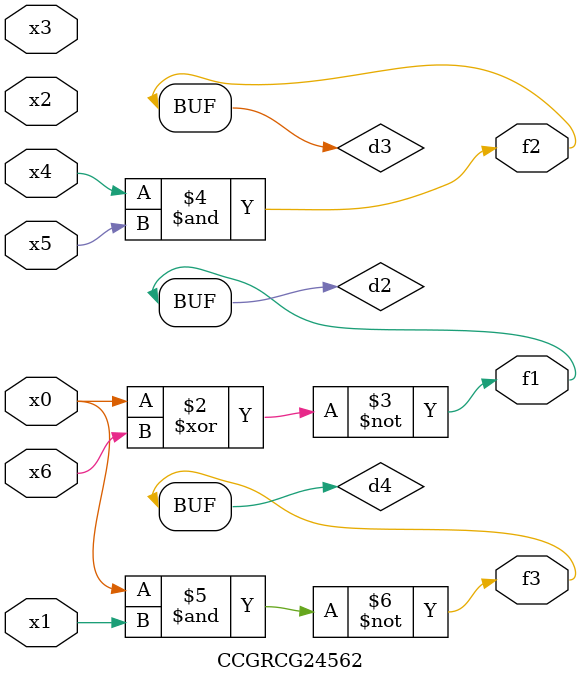
<source format=v>
module CCGRCG24562(
	input x0, x1, x2, x3, x4, x5, x6,
	output f1, f2, f3
);

	wire d1, d2, d3, d4;

	nor (d1, x0);
	xnor (d2, x0, x6);
	and (d3, x4, x5);
	nand (d4, x0, x1);
	assign f1 = d2;
	assign f2 = d3;
	assign f3 = d4;
endmodule

</source>
